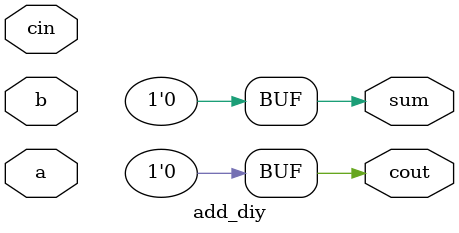
<source format=v>
`timescale 1ns / 1ps


module add_diy(
    input a, b,cin,
    output cout, sum );
    assign {cout,sum} = 2'b00;
endmodule

</source>
